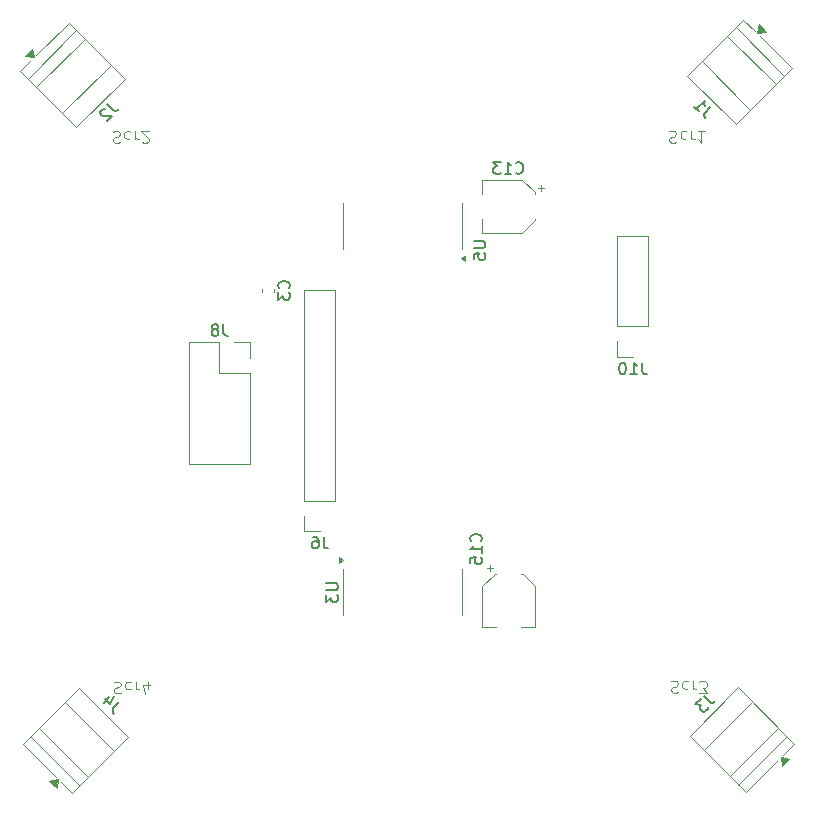
<source format=gbr>
%TF.GenerationSoftware,KiCad,Pcbnew,9.0.0*%
%TF.CreationDate,2025-07-06T23:34:01+07:00*%
%TF.ProjectId,MiniDrone_aDat,4d696e69-4472-46f6-9e65-5f614461742e,rev?*%
%TF.SameCoordinates,Original*%
%TF.FileFunction,Legend,Bot*%
%TF.FilePolarity,Positive*%
%FSLAX46Y46*%
G04 Gerber Fmt 4.6, Leading zero omitted, Abs format (unit mm)*
G04 Created by KiCad (PCBNEW 9.0.0) date 2025-07-06 23:34:01*
%MOMM*%
%LPD*%
G01*
G04 APERTURE LIST*
%ADD10C,0.150000*%
%ADD11C,0.100000*%
%ADD12C,0.120000*%
G04 APERTURE END LIST*
D10*
X125513680Y-124785204D02*
X126018756Y-125290280D01*
X126018756Y-125290280D02*
X126153443Y-125357624D01*
X126153443Y-125357624D02*
X126288130Y-125357624D01*
X126288130Y-125357624D02*
X126422817Y-125290280D01*
X126422817Y-125290280D02*
X126490161Y-125222937D01*
X125244306Y-125054578D02*
X124806573Y-125492311D01*
X124806573Y-125492311D02*
X125311649Y-125525983D01*
X125311649Y-125525983D02*
X125210634Y-125626998D01*
X125210634Y-125626998D02*
X125176962Y-125728013D01*
X125176962Y-125728013D02*
X125176962Y-125795357D01*
X125176962Y-125795357D02*
X125210634Y-125896372D01*
X125210634Y-125896372D02*
X125378993Y-126064731D01*
X125378993Y-126064731D02*
X125480008Y-126098402D01*
X125480008Y-126098402D02*
X125547351Y-126098402D01*
X125547351Y-126098402D02*
X125648367Y-126064731D01*
X125648367Y-126064731D02*
X125850397Y-125862700D01*
X125850397Y-125862700D02*
X125884069Y-125761685D01*
X125884069Y-125761685D02*
X125884069Y-125694341D01*
X90389580Y-90263333D02*
X90437200Y-90215714D01*
X90437200Y-90215714D02*
X90484819Y-90072857D01*
X90484819Y-90072857D02*
X90484819Y-89977619D01*
X90484819Y-89977619D02*
X90437200Y-89834762D01*
X90437200Y-89834762D02*
X90341961Y-89739524D01*
X90341961Y-89739524D02*
X90246723Y-89691905D01*
X90246723Y-89691905D02*
X90056247Y-89644286D01*
X90056247Y-89644286D02*
X89913390Y-89644286D01*
X89913390Y-89644286D02*
X89722914Y-89691905D01*
X89722914Y-89691905D02*
X89627676Y-89739524D01*
X89627676Y-89739524D02*
X89532438Y-89834762D01*
X89532438Y-89834762D02*
X89484819Y-89977619D01*
X89484819Y-89977619D02*
X89484819Y-90072857D01*
X89484819Y-90072857D02*
X89532438Y-90215714D01*
X89532438Y-90215714D02*
X89580057Y-90263333D01*
X89484819Y-90596667D02*
X89484819Y-91215714D01*
X89484819Y-91215714D02*
X89865771Y-90882381D01*
X89865771Y-90882381D02*
X89865771Y-91025238D01*
X89865771Y-91025238D02*
X89913390Y-91120476D01*
X89913390Y-91120476D02*
X89961009Y-91168095D01*
X89961009Y-91168095D02*
X90056247Y-91215714D01*
X90056247Y-91215714D02*
X90294342Y-91215714D01*
X90294342Y-91215714D02*
X90389580Y-91168095D01*
X90389580Y-91168095D02*
X90437200Y-91120476D01*
X90437200Y-91120476D02*
X90484819Y-91025238D01*
X90484819Y-91025238D02*
X90484819Y-90739524D01*
X90484819Y-90739524D02*
X90437200Y-90644286D01*
X90437200Y-90644286D02*
X90389580Y-90596667D01*
X76044795Y-125303680D02*
X75539719Y-125808756D01*
X75539719Y-125808756D02*
X75472375Y-125943443D01*
X75472375Y-125943443D02*
X75472375Y-126078130D01*
X75472375Y-126078130D02*
X75539719Y-126212817D01*
X75539719Y-126212817D02*
X75607062Y-126280161D01*
X75169329Y-124899619D02*
X74697925Y-125371023D01*
X75607062Y-124798603D02*
X75270345Y-125472038D01*
X75270345Y-125472038D02*
X74832612Y-125034306D01*
D11*
X75520000Y-76990200D02*
X75662857Y-76942580D01*
X75662857Y-76942580D02*
X75900952Y-76942580D01*
X75900952Y-76942580D02*
X75996190Y-76990200D01*
X75996190Y-76990200D02*
X76043809Y-77037819D01*
X76043809Y-77037819D02*
X76091428Y-77133057D01*
X76091428Y-77133057D02*
X76091428Y-77228295D01*
X76091428Y-77228295D02*
X76043809Y-77323533D01*
X76043809Y-77323533D02*
X75996190Y-77371152D01*
X75996190Y-77371152D02*
X75900952Y-77418771D01*
X75900952Y-77418771D02*
X75710476Y-77466390D01*
X75710476Y-77466390D02*
X75615238Y-77514009D01*
X75615238Y-77514009D02*
X75567619Y-77561628D01*
X75567619Y-77561628D02*
X75520000Y-77656866D01*
X75520000Y-77656866D02*
X75520000Y-77752104D01*
X75520000Y-77752104D02*
X75567619Y-77847342D01*
X75567619Y-77847342D02*
X75615238Y-77894961D01*
X75615238Y-77894961D02*
X75710476Y-77942580D01*
X75710476Y-77942580D02*
X75948571Y-77942580D01*
X75948571Y-77942580D02*
X76091428Y-77894961D01*
X76948571Y-76990200D02*
X76853333Y-76942580D01*
X76853333Y-76942580D02*
X76662857Y-76942580D01*
X76662857Y-76942580D02*
X76567619Y-76990200D01*
X76567619Y-76990200D02*
X76520000Y-77037819D01*
X76520000Y-77037819D02*
X76472381Y-77133057D01*
X76472381Y-77133057D02*
X76472381Y-77418771D01*
X76472381Y-77418771D02*
X76520000Y-77514009D01*
X76520000Y-77514009D02*
X76567619Y-77561628D01*
X76567619Y-77561628D02*
X76662857Y-77609247D01*
X76662857Y-77609247D02*
X76853333Y-77609247D01*
X76853333Y-77609247D02*
X76948571Y-77561628D01*
X77377143Y-76942580D02*
X77377143Y-77609247D01*
X77377143Y-77418771D02*
X77424762Y-77514009D01*
X77424762Y-77514009D02*
X77472381Y-77561628D01*
X77472381Y-77561628D02*
X77567619Y-77609247D01*
X77567619Y-77609247D02*
X77662857Y-77609247D01*
X77948572Y-77847342D02*
X77996191Y-77894961D01*
X77996191Y-77894961D02*
X78091429Y-77942580D01*
X78091429Y-77942580D02*
X78329524Y-77942580D01*
X78329524Y-77942580D02*
X78424762Y-77894961D01*
X78424762Y-77894961D02*
X78472381Y-77847342D01*
X78472381Y-77847342D02*
X78520000Y-77752104D01*
X78520000Y-77752104D02*
X78520000Y-77656866D01*
X78520000Y-77656866D02*
X78472381Y-77514009D01*
X78472381Y-77514009D02*
X77900953Y-76942580D01*
X77900953Y-76942580D02*
X78520000Y-76942580D01*
D10*
X93554819Y-115238095D02*
X94364342Y-115238095D01*
X94364342Y-115238095D02*
X94459580Y-115285714D01*
X94459580Y-115285714D02*
X94507200Y-115333333D01*
X94507200Y-115333333D02*
X94554819Y-115428571D01*
X94554819Y-115428571D02*
X94554819Y-115619047D01*
X94554819Y-115619047D02*
X94507200Y-115714285D01*
X94507200Y-115714285D02*
X94459580Y-115761904D01*
X94459580Y-115761904D02*
X94364342Y-115809523D01*
X94364342Y-115809523D02*
X93554819Y-115809523D01*
X93554819Y-116190476D02*
X93554819Y-116809523D01*
X93554819Y-116809523D02*
X93935771Y-116476190D01*
X93935771Y-116476190D02*
X93935771Y-116619047D01*
X93935771Y-116619047D02*
X93983390Y-116714285D01*
X93983390Y-116714285D02*
X94031009Y-116761904D01*
X94031009Y-116761904D02*
X94126247Y-116809523D01*
X94126247Y-116809523D02*
X94364342Y-116809523D01*
X94364342Y-116809523D02*
X94459580Y-116761904D01*
X94459580Y-116761904D02*
X94507200Y-116714285D01*
X94507200Y-116714285D02*
X94554819Y-116619047D01*
X94554819Y-116619047D02*
X94554819Y-116333333D01*
X94554819Y-116333333D02*
X94507200Y-116238095D01*
X94507200Y-116238095D02*
X94459580Y-116190476D01*
X120309523Y-96544819D02*
X120309523Y-97259104D01*
X120309523Y-97259104D02*
X120357142Y-97401961D01*
X120357142Y-97401961D02*
X120452380Y-97497200D01*
X120452380Y-97497200D02*
X120595237Y-97544819D01*
X120595237Y-97544819D02*
X120690475Y-97544819D01*
X119309523Y-97544819D02*
X119880951Y-97544819D01*
X119595237Y-97544819D02*
X119595237Y-96544819D01*
X119595237Y-96544819D02*
X119690475Y-96687676D01*
X119690475Y-96687676D02*
X119785713Y-96782914D01*
X119785713Y-96782914D02*
X119880951Y-96830533D01*
X118690475Y-96544819D02*
X118595237Y-96544819D01*
X118595237Y-96544819D02*
X118499999Y-96592438D01*
X118499999Y-96592438D02*
X118452380Y-96640057D01*
X118452380Y-96640057D02*
X118404761Y-96735295D01*
X118404761Y-96735295D02*
X118357142Y-96925771D01*
X118357142Y-96925771D02*
X118357142Y-97163866D01*
X118357142Y-97163866D02*
X118404761Y-97354342D01*
X118404761Y-97354342D02*
X118452380Y-97449580D01*
X118452380Y-97449580D02*
X118499999Y-97497200D01*
X118499999Y-97497200D02*
X118595237Y-97544819D01*
X118595237Y-97544819D02*
X118690475Y-97544819D01*
X118690475Y-97544819D02*
X118785713Y-97497200D01*
X118785713Y-97497200D02*
X118833332Y-97449580D01*
X118833332Y-97449580D02*
X118880951Y-97354342D01*
X118880951Y-97354342D02*
X118928570Y-97163866D01*
X118928570Y-97163866D02*
X118928570Y-96925771D01*
X118928570Y-96925771D02*
X118880951Y-96735295D01*
X118880951Y-96735295D02*
X118833332Y-96640057D01*
X118833332Y-96640057D02*
X118785713Y-96592438D01*
X118785713Y-96592438D02*
X118690475Y-96544819D01*
X84848333Y-93294819D02*
X84848333Y-94009104D01*
X84848333Y-94009104D02*
X84895952Y-94151961D01*
X84895952Y-94151961D02*
X84991190Y-94247200D01*
X84991190Y-94247200D02*
X85134047Y-94294819D01*
X85134047Y-94294819D02*
X85229285Y-94294819D01*
X84229285Y-93723390D02*
X84324523Y-93675771D01*
X84324523Y-93675771D02*
X84372142Y-93628152D01*
X84372142Y-93628152D02*
X84419761Y-93532914D01*
X84419761Y-93532914D02*
X84419761Y-93485295D01*
X84419761Y-93485295D02*
X84372142Y-93390057D01*
X84372142Y-93390057D02*
X84324523Y-93342438D01*
X84324523Y-93342438D02*
X84229285Y-93294819D01*
X84229285Y-93294819D02*
X84038809Y-93294819D01*
X84038809Y-93294819D02*
X83943571Y-93342438D01*
X83943571Y-93342438D02*
X83895952Y-93390057D01*
X83895952Y-93390057D02*
X83848333Y-93485295D01*
X83848333Y-93485295D02*
X83848333Y-93532914D01*
X83848333Y-93532914D02*
X83895952Y-93628152D01*
X83895952Y-93628152D02*
X83943571Y-93675771D01*
X83943571Y-93675771D02*
X84038809Y-93723390D01*
X84038809Y-93723390D02*
X84229285Y-93723390D01*
X84229285Y-93723390D02*
X84324523Y-93771009D01*
X84324523Y-93771009D02*
X84372142Y-93818628D01*
X84372142Y-93818628D02*
X84419761Y-93913866D01*
X84419761Y-93913866D02*
X84419761Y-94104342D01*
X84419761Y-94104342D02*
X84372142Y-94199580D01*
X84372142Y-94199580D02*
X84324523Y-94247200D01*
X84324523Y-94247200D02*
X84229285Y-94294819D01*
X84229285Y-94294819D02*
X84038809Y-94294819D01*
X84038809Y-94294819D02*
X83943571Y-94247200D01*
X83943571Y-94247200D02*
X83895952Y-94199580D01*
X83895952Y-94199580D02*
X83848333Y-94104342D01*
X83848333Y-94104342D02*
X83848333Y-93913866D01*
X83848333Y-93913866D02*
X83895952Y-93818628D01*
X83895952Y-93818628D02*
X83943571Y-93771009D01*
X83943571Y-93771009D02*
X84038809Y-93723390D01*
X106649580Y-111677142D02*
X106697200Y-111629523D01*
X106697200Y-111629523D02*
X106744819Y-111486666D01*
X106744819Y-111486666D02*
X106744819Y-111391428D01*
X106744819Y-111391428D02*
X106697200Y-111248571D01*
X106697200Y-111248571D02*
X106601961Y-111153333D01*
X106601961Y-111153333D02*
X106506723Y-111105714D01*
X106506723Y-111105714D02*
X106316247Y-111058095D01*
X106316247Y-111058095D02*
X106173390Y-111058095D01*
X106173390Y-111058095D02*
X105982914Y-111105714D01*
X105982914Y-111105714D02*
X105887676Y-111153333D01*
X105887676Y-111153333D02*
X105792438Y-111248571D01*
X105792438Y-111248571D02*
X105744819Y-111391428D01*
X105744819Y-111391428D02*
X105744819Y-111486666D01*
X105744819Y-111486666D02*
X105792438Y-111629523D01*
X105792438Y-111629523D02*
X105840057Y-111677142D01*
X106744819Y-112629523D02*
X106744819Y-112058095D01*
X106744819Y-112343809D02*
X105744819Y-112343809D01*
X105744819Y-112343809D02*
X105887676Y-112248571D01*
X105887676Y-112248571D02*
X105982914Y-112153333D01*
X105982914Y-112153333D02*
X106030533Y-112058095D01*
X105744819Y-113534285D02*
X105744819Y-113058095D01*
X105744819Y-113058095D02*
X106221009Y-113010476D01*
X106221009Y-113010476D02*
X106173390Y-113058095D01*
X106173390Y-113058095D02*
X106125771Y-113153333D01*
X106125771Y-113153333D02*
X106125771Y-113391428D01*
X106125771Y-113391428D02*
X106173390Y-113486666D01*
X106173390Y-113486666D02*
X106221009Y-113534285D01*
X106221009Y-113534285D02*
X106316247Y-113581904D01*
X106316247Y-113581904D02*
X106554342Y-113581904D01*
X106554342Y-113581904D02*
X106649580Y-113534285D01*
X106649580Y-113534285D02*
X106697200Y-113486666D01*
X106697200Y-113486666D02*
X106744819Y-113391428D01*
X106744819Y-113391428D02*
X106744819Y-113153333D01*
X106744819Y-113153333D02*
X106697200Y-113058095D01*
X106697200Y-113058095D02*
X106649580Y-113010476D01*
D11*
X122600000Y-76980200D02*
X122742857Y-76932580D01*
X122742857Y-76932580D02*
X122980952Y-76932580D01*
X122980952Y-76932580D02*
X123076190Y-76980200D01*
X123076190Y-76980200D02*
X123123809Y-77027819D01*
X123123809Y-77027819D02*
X123171428Y-77123057D01*
X123171428Y-77123057D02*
X123171428Y-77218295D01*
X123171428Y-77218295D02*
X123123809Y-77313533D01*
X123123809Y-77313533D02*
X123076190Y-77361152D01*
X123076190Y-77361152D02*
X122980952Y-77408771D01*
X122980952Y-77408771D02*
X122790476Y-77456390D01*
X122790476Y-77456390D02*
X122695238Y-77504009D01*
X122695238Y-77504009D02*
X122647619Y-77551628D01*
X122647619Y-77551628D02*
X122600000Y-77646866D01*
X122600000Y-77646866D02*
X122600000Y-77742104D01*
X122600000Y-77742104D02*
X122647619Y-77837342D01*
X122647619Y-77837342D02*
X122695238Y-77884961D01*
X122695238Y-77884961D02*
X122790476Y-77932580D01*
X122790476Y-77932580D02*
X123028571Y-77932580D01*
X123028571Y-77932580D02*
X123171428Y-77884961D01*
X124028571Y-76980200D02*
X123933333Y-76932580D01*
X123933333Y-76932580D02*
X123742857Y-76932580D01*
X123742857Y-76932580D02*
X123647619Y-76980200D01*
X123647619Y-76980200D02*
X123600000Y-77027819D01*
X123600000Y-77027819D02*
X123552381Y-77123057D01*
X123552381Y-77123057D02*
X123552381Y-77408771D01*
X123552381Y-77408771D02*
X123600000Y-77504009D01*
X123600000Y-77504009D02*
X123647619Y-77551628D01*
X123647619Y-77551628D02*
X123742857Y-77599247D01*
X123742857Y-77599247D02*
X123933333Y-77599247D01*
X123933333Y-77599247D02*
X124028571Y-77551628D01*
X124457143Y-76932580D02*
X124457143Y-77599247D01*
X124457143Y-77408771D02*
X124504762Y-77504009D01*
X124504762Y-77504009D02*
X124552381Y-77551628D01*
X124552381Y-77551628D02*
X124647619Y-77599247D01*
X124647619Y-77599247D02*
X124742857Y-77599247D01*
X125600000Y-76932580D02*
X125028572Y-76932580D01*
X125314286Y-76932580D02*
X125314286Y-77932580D01*
X125314286Y-77932580D02*
X125219048Y-77789723D01*
X125219048Y-77789723D02*
X125123810Y-77694485D01*
X125123810Y-77694485D02*
X125028572Y-77646866D01*
D10*
X75016722Y-74672388D02*
X75521798Y-75177464D01*
X75521798Y-75177464D02*
X75656485Y-75244808D01*
X75656485Y-75244808D02*
X75791172Y-75244808D01*
X75791172Y-75244808D02*
X75925859Y-75177464D01*
X75925859Y-75177464D02*
X75993203Y-75110121D01*
X74781019Y-75042777D02*
X74713676Y-75042777D01*
X74713676Y-75042777D02*
X74612661Y-75076449D01*
X74612661Y-75076449D02*
X74444302Y-75244808D01*
X74444302Y-75244808D02*
X74410630Y-75345823D01*
X74410630Y-75345823D02*
X74410630Y-75413167D01*
X74410630Y-75413167D02*
X74444302Y-75514182D01*
X74444302Y-75514182D02*
X74511645Y-75581525D01*
X74511645Y-75581525D02*
X74646332Y-75648869D01*
X74646332Y-75648869D02*
X75454454Y-75648869D01*
X75454454Y-75648869D02*
X75016722Y-76086602D01*
X126087611Y-74886722D02*
X125582535Y-75391798D01*
X125582535Y-75391798D02*
X125515191Y-75526485D01*
X125515191Y-75526485D02*
X125515191Y-75661172D01*
X125515191Y-75661172D02*
X125582535Y-75795859D01*
X125582535Y-75795859D02*
X125649878Y-75863203D01*
X124673397Y-74886722D02*
X125077458Y-75290783D01*
X124875428Y-75088752D02*
X125582535Y-74381645D01*
X125582535Y-74381645D02*
X125548863Y-74550004D01*
X125548863Y-74550004D02*
X125548863Y-74684691D01*
X125548863Y-74684691D02*
X125582535Y-74785706D01*
D11*
X122760000Y-123550200D02*
X122902857Y-123502580D01*
X122902857Y-123502580D02*
X123140952Y-123502580D01*
X123140952Y-123502580D02*
X123236190Y-123550200D01*
X123236190Y-123550200D02*
X123283809Y-123597819D01*
X123283809Y-123597819D02*
X123331428Y-123693057D01*
X123331428Y-123693057D02*
X123331428Y-123788295D01*
X123331428Y-123788295D02*
X123283809Y-123883533D01*
X123283809Y-123883533D02*
X123236190Y-123931152D01*
X123236190Y-123931152D02*
X123140952Y-123978771D01*
X123140952Y-123978771D02*
X122950476Y-124026390D01*
X122950476Y-124026390D02*
X122855238Y-124074009D01*
X122855238Y-124074009D02*
X122807619Y-124121628D01*
X122807619Y-124121628D02*
X122760000Y-124216866D01*
X122760000Y-124216866D02*
X122760000Y-124312104D01*
X122760000Y-124312104D02*
X122807619Y-124407342D01*
X122807619Y-124407342D02*
X122855238Y-124454961D01*
X122855238Y-124454961D02*
X122950476Y-124502580D01*
X122950476Y-124502580D02*
X123188571Y-124502580D01*
X123188571Y-124502580D02*
X123331428Y-124454961D01*
X124188571Y-123550200D02*
X124093333Y-123502580D01*
X124093333Y-123502580D02*
X123902857Y-123502580D01*
X123902857Y-123502580D02*
X123807619Y-123550200D01*
X123807619Y-123550200D02*
X123760000Y-123597819D01*
X123760000Y-123597819D02*
X123712381Y-123693057D01*
X123712381Y-123693057D02*
X123712381Y-123978771D01*
X123712381Y-123978771D02*
X123760000Y-124074009D01*
X123760000Y-124074009D02*
X123807619Y-124121628D01*
X123807619Y-124121628D02*
X123902857Y-124169247D01*
X123902857Y-124169247D02*
X124093333Y-124169247D01*
X124093333Y-124169247D02*
X124188571Y-124121628D01*
X124617143Y-123502580D02*
X124617143Y-124169247D01*
X124617143Y-123978771D02*
X124664762Y-124074009D01*
X124664762Y-124074009D02*
X124712381Y-124121628D01*
X124712381Y-124121628D02*
X124807619Y-124169247D01*
X124807619Y-124169247D02*
X124902857Y-124169247D01*
X125140953Y-124502580D02*
X125760000Y-124502580D01*
X125760000Y-124502580D02*
X125426667Y-124121628D01*
X125426667Y-124121628D02*
X125569524Y-124121628D01*
X125569524Y-124121628D02*
X125664762Y-124074009D01*
X125664762Y-124074009D02*
X125712381Y-124026390D01*
X125712381Y-124026390D02*
X125760000Y-123931152D01*
X125760000Y-123931152D02*
X125760000Y-123693057D01*
X125760000Y-123693057D02*
X125712381Y-123597819D01*
X125712381Y-123597819D02*
X125664762Y-123550200D01*
X125664762Y-123550200D02*
X125569524Y-123502580D01*
X125569524Y-123502580D02*
X125283810Y-123502580D01*
X125283810Y-123502580D02*
X125188572Y-123550200D01*
X125188572Y-123550200D02*
X125140953Y-123597819D01*
X75570000Y-123600200D02*
X75712857Y-123552580D01*
X75712857Y-123552580D02*
X75950952Y-123552580D01*
X75950952Y-123552580D02*
X76046190Y-123600200D01*
X76046190Y-123600200D02*
X76093809Y-123647819D01*
X76093809Y-123647819D02*
X76141428Y-123743057D01*
X76141428Y-123743057D02*
X76141428Y-123838295D01*
X76141428Y-123838295D02*
X76093809Y-123933533D01*
X76093809Y-123933533D02*
X76046190Y-123981152D01*
X76046190Y-123981152D02*
X75950952Y-124028771D01*
X75950952Y-124028771D02*
X75760476Y-124076390D01*
X75760476Y-124076390D02*
X75665238Y-124124009D01*
X75665238Y-124124009D02*
X75617619Y-124171628D01*
X75617619Y-124171628D02*
X75570000Y-124266866D01*
X75570000Y-124266866D02*
X75570000Y-124362104D01*
X75570000Y-124362104D02*
X75617619Y-124457342D01*
X75617619Y-124457342D02*
X75665238Y-124504961D01*
X75665238Y-124504961D02*
X75760476Y-124552580D01*
X75760476Y-124552580D02*
X75998571Y-124552580D01*
X75998571Y-124552580D02*
X76141428Y-124504961D01*
X76998571Y-123600200D02*
X76903333Y-123552580D01*
X76903333Y-123552580D02*
X76712857Y-123552580D01*
X76712857Y-123552580D02*
X76617619Y-123600200D01*
X76617619Y-123600200D02*
X76570000Y-123647819D01*
X76570000Y-123647819D02*
X76522381Y-123743057D01*
X76522381Y-123743057D02*
X76522381Y-124028771D01*
X76522381Y-124028771D02*
X76570000Y-124124009D01*
X76570000Y-124124009D02*
X76617619Y-124171628D01*
X76617619Y-124171628D02*
X76712857Y-124219247D01*
X76712857Y-124219247D02*
X76903333Y-124219247D01*
X76903333Y-124219247D02*
X76998571Y-124171628D01*
X77427143Y-123552580D02*
X77427143Y-124219247D01*
X77427143Y-124028771D02*
X77474762Y-124124009D01*
X77474762Y-124124009D02*
X77522381Y-124171628D01*
X77522381Y-124171628D02*
X77617619Y-124219247D01*
X77617619Y-124219247D02*
X77712857Y-124219247D01*
X78474762Y-124219247D02*
X78474762Y-123552580D01*
X78236667Y-124600200D02*
X77998572Y-123885914D01*
X77998572Y-123885914D02*
X78617619Y-123885914D01*
D10*
X93333333Y-111284819D02*
X93333333Y-111999104D01*
X93333333Y-111999104D02*
X93380952Y-112141961D01*
X93380952Y-112141961D02*
X93476190Y-112237200D01*
X93476190Y-112237200D02*
X93619047Y-112284819D01*
X93619047Y-112284819D02*
X93714285Y-112284819D01*
X92428571Y-111284819D02*
X92619047Y-111284819D01*
X92619047Y-111284819D02*
X92714285Y-111332438D01*
X92714285Y-111332438D02*
X92761904Y-111380057D01*
X92761904Y-111380057D02*
X92857142Y-111522914D01*
X92857142Y-111522914D02*
X92904761Y-111713390D01*
X92904761Y-111713390D02*
X92904761Y-112094342D01*
X92904761Y-112094342D02*
X92857142Y-112189580D01*
X92857142Y-112189580D02*
X92809523Y-112237200D01*
X92809523Y-112237200D02*
X92714285Y-112284819D01*
X92714285Y-112284819D02*
X92523809Y-112284819D01*
X92523809Y-112284819D02*
X92428571Y-112237200D01*
X92428571Y-112237200D02*
X92380952Y-112189580D01*
X92380952Y-112189580D02*
X92333333Y-112094342D01*
X92333333Y-112094342D02*
X92333333Y-111856247D01*
X92333333Y-111856247D02*
X92380952Y-111761009D01*
X92380952Y-111761009D02*
X92428571Y-111713390D01*
X92428571Y-111713390D02*
X92523809Y-111665771D01*
X92523809Y-111665771D02*
X92714285Y-111665771D01*
X92714285Y-111665771D02*
X92809523Y-111713390D01*
X92809523Y-111713390D02*
X92857142Y-111761009D01*
X92857142Y-111761009D02*
X92904761Y-111856247D01*
X106034819Y-86268095D02*
X106844342Y-86268095D01*
X106844342Y-86268095D02*
X106939580Y-86315714D01*
X106939580Y-86315714D02*
X106987200Y-86363333D01*
X106987200Y-86363333D02*
X107034819Y-86458571D01*
X107034819Y-86458571D02*
X107034819Y-86649047D01*
X107034819Y-86649047D02*
X106987200Y-86744285D01*
X106987200Y-86744285D02*
X106939580Y-86791904D01*
X106939580Y-86791904D02*
X106844342Y-86839523D01*
X106844342Y-86839523D02*
X106034819Y-86839523D01*
X106034819Y-87791904D02*
X106034819Y-87315714D01*
X106034819Y-87315714D02*
X106511009Y-87268095D01*
X106511009Y-87268095D02*
X106463390Y-87315714D01*
X106463390Y-87315714D02*
X106415771Y-87410952D01*
X106415771Y-87410952D02*
X106415771Y-87649047D01*
X106415771Y-87649047D02*
X106463390Y-87744285D01*
X106463390Y-87744285D02*
X106511009Y-87791904D01*
X106511009Y-87791904D02*
X106606247Y-87839523D01*
X106606247Y-87839523D02*
X106844342Y-87839523D01*
X106844342Y-87839523D02*
X106939580Y-87791904D01*
X106939580Y-87791904D02*
X106987200Y-87744285D01*
X106987200Y-87744285D02*
X107034819Y-87649047D01*
X107034819Y-87649047D02*
X107034819Y-87410952D01*
X107034819Y-87410952D02*
X106987200Y-87315714D01*
X106987200Y-87315714D02*
X106939580Y-87268095D01*
X109612857Y-80469580D02*
X109660476Y-80517200D01*
X109660476Y-80517200D02*
X109803333Y-80564819D01*
X109803333Y-80564819D02*
X109898571Y-80564819D01*
X109898571Y-80564819D02*
X110041428Y-80517200D01*
X110041428Y-80517200D02*
X110136666Y-80421961D01*
X110136666Y-80421961D02*
X110184285Y-80326723D01*
X110184285Y-80326723D02*
X110231904Y-80136247D01*
X110231904Y-80136247D02*
X110231904Y-79993390D01*
X110231904Y-79993390D02*
X110184285Y-79802914D01*
X110184285Y-79802914D02*
X110136666Y-79707676D01*
X110136666Y-79707676D02*
X110041428Y-79612438D01*
X110041428Y-79612438D02*
X109898571Y-79564819D01*
X109898571Y-79564819D02*
X109803333Y-79564819D01*
X109803333Y-79564819D02*
X109660476Y-79612438D01*
X109660476Y-79612438D02*
X109612857Y-79660057D01*
X108660476Y-80564819D02*
X109231904Y-80564819D01*
X108946190Y-80564819D02*
X108946190Y-79564819D01*
X108946190Y-79564819D02*
X109041428Y-79707676D01*
X109041428Y-79707676D02*
X109136666Y-79802914D01*
X109136666Y-79802914D02*
X109231904Y-79850533D01*
X108327142Y-79564819D02*
X107708095Y-79564819D01*
X107708095Y-79564819D02*
X108041428Y-79945771D01*
X108041428Y-79945771D02*
X107898571Y-79945771D01*
X107898571Y-79945771D02*
X107803333Y-79993390D01*
X107803333Y-79993390D02*
X107755714Y-80041009D01*
X107755714Y-80041009D02*
X107708095Y-80136247D01*
X107708095Y-80136247D02*
X107708095Y-80374342D01*
X107708095Y-80374342D02*
X107755714Y-80469580D01*
X107755714Y-80469580D02*
X107803333Y-80517200D01*
X107803333Y-80517200D02*
X107898571Y-80564819D01*
X107898571Y-80564819D02*
X108184285Y-80564819D01*
X108184285Y-80564819D02*
X108279523Y-80517200D01*
X108279523Y-80517200D02*
X108327142Y-80469580D01*
D12*
%TO.C,J3*%
X124312905Y-128171196D02*
X129078805Y-132937095D01*
X128428266Y-124055834D02*
X124312905Y-128171196D01*
X128428266Y-124055834D02*
X133194166Y-128821734D01*
X129644490Y-125272058D02*
X125529128Y-129387419D01*
X131822379Y-130193521D02*
X129078805Y-132937095D01*
X131836521Y-127464089D02*
X127721160Y-131579450D01*
X132543628Y-128171196D02*
X128428266Y-132286557D01*
X133194166Y-128821734D02*
X132246643Y-129769257D01*
X132776973Y-130101597D02*
X132154719Y-130723851D01*
X132034511Y-129981389D01*
X132776973Y-130101597D01*
G36*
X132776973Y-130101597D02*
G01*
X132154719Y-130723851D01*
X132034511Y-129981389D01*
X132776973Y-130101597D01*
G37*
%TO.C,C3*%
X88090000Y-90570580D02*
X88090000Y-90289420D01*
X89110000Y-90570580D02*
X89110000Y-90289420D01*
%TO.C,J4*%
X70636479Y-131612379D02*
X67892905Y-128868805D01*
X72008266Y-132984166D02*
X71060743Y-132036643D01*
X72658804Y-124102905D02*
X67892905Y-128868805D01*
X72658804Y-132333628D02*
X68543443Y-128218266D01*
X73365911Y-131626521D02*
X69250550Y-127511160D01*
X75557942Y-129434490D02*
X71442581Y-125319128D01*
X76774166Y-128218266D02*
X72008266Y-132984166D01*
X76774166Y-128218266D02*
X72658804Y-124102905D01*
X70728403Y-132566973D02*
X70106149Y-131944719D01*
X70848611Y-131824511D01*
X70728403Y-132566973D01*
G36*
X70728403Y-132566973D02*
G01*
X70106149Y-131944719D01*
X70848611Y-131824511D01*
X70728403Y-132566973D01*
G37*
%TO.C,U3*%
X94940000Y-116000000D02*
X94940000Y-114050000D01*
X94940000Y-116000000D02*
X94940000Y-117950000D01*
X105060000Y-116000000D02*
X105060000Y-114050000D01*
X105060000Y-116000000D02*
X105060000Y-117950000D01*
X94995000Y-113275000D02*
X94665000Y-113515000D01*
X94665000Y-113035000D01*
X94995000Y-113275000D01*
G36*
X94995000Y-113275000D02*
G01*
X94665000Y-113515000D01*
X94665000Y-113035000D01*
X94995000Y-113275000D01*
G37*
%TO.C,J10*%
X118170000Y-85810000D02*
X120830000Y-85810000D01*
X118170000Y-93490000D02*
X118170000Y-85810000D01*
X118170000Y-93490000D02*
X120830000Y-93490000D01*
X118170000Y-94760000D02*
X118170000Y-96090000D01*
X118170000Y-96090000D02*
X119500000Y-96090000D01*
X120830000Y-93490000D02*
X120830000Y-85810000D01*
%TO.C,J8*%
X81915000Y-94840000D02*
X81915000Y-105120000D01*
X84515000Y-94840000D02*
X81915000Y-94840000D01*
X84515000Y-97440000D02*
X84515000Y-94840000D01*
X87115000Y-94840000D02*
X85785000Y-94840000D01*
X87115000Y-96170000D02*
X87115000Y-94840000D01*
X87115000Y-97440000D02*
X84515000Y-97440000D01*
X87115000Y-97440000D02*
X87115000Y-105120000D01*
X87115000Y-105120000D02*
X81915000Y-105120000D01*
%TO.C,C15*%
X106740000Y-115504437D02*
X106740000Y-118960000D01*
X106740000Y-118960000D02*
X107940000Y-118960000D01*
X107190000Y-113950000D02*
X107690000Y-113950000D01*
X107440000Y-113700000D02*
X107440000Y-114200000D01*
X107804437Y-114440000D02*
X106740000Y-115504437D01*
X107804437Y-114440000D02*
X107940000Y-114440000D01*
X110195563Y-114440000D02*
X110060000Y-114440000D01*
X110195563Y-114440000D02*
X111260000Y-115504437D01*
X111260000Y-115504437D02*
X111260000Y-118960000D01*
X111260000Y-118960000D02*
X110060000Y-118960000D01*
%TO.C,J2*%
X67635834Y-71878266D02*
X68583357Y-70930743D01*
X68286372Y-72528804D02*
X72401734Y-68413443D01*
X68993479Y-73235911D02*
X73108840Y-69120550D01*
X69007621Y-70506479D02*
X71751195Y-67762905D01*
X71185510Y-75427942D02*
X75300872Y-71312581D01*
X72401734Y-76644166D02*
X67635834Y-71878266D01*
X72401734Y-76644166D02*
X76517095Y-72528804D01*
X76517095Y-72528804D02*
X71751195Y-67762905D01*
X68795489Y-70718611D02*
X68053027Y-70598403D01*
X68675281Y-69976149D01*
X68795489Y-70718611D01*
G36*
X68795489Y-70718611D02*
G01*
X68053027Y-70598403D01*
X68675281Y-69976149D01*
X68795489Y-70718611D01*
G37*
%TO.C,J1*%
X124115834Y-72271734D02*
X128231196Y-76387095D01*
X124115834Y-72271734D02*
X128881734Y-67505834D01*
X125332058Y-71055510D02*
X129447419Y-75170872D01*
X127524089Y-68863479D02*
X131639450Y-72978840D01*
X128231196Y-68156372D02*
X132346557Y-72271734D01*
X128231196Y-76387095D02*
X132997095Y-71621195D01*
X128881734Y-67505834D02*
X129829257Y-68453357D01*
X130253521Y-68877621D02*
X132997095Y-71621195D01*
X130783851Y-68545281D02*
X130041389Y-68665489D01*
X130161597Y-67923027D01*
X130783851Y-68545281D01*
G36*
X130783851Y-68545281D02*
G01*
X130041389Y-68665489D01*
X130161597Y-67923027D01*
X130783851Y-68545281D01*
G37*
%TO.C,J6*%
X91670000Y-90390000D02*
X94330000Y-90390000D01*
X91670000Y-108230000D02*
X91670000Y-90390000D01*
X91670000Y-108230000D02*
X94330000Y-108230000D01*
X91670000Y-109500000D02*
X91670000Y-110830000D01*
X91670000Y-110830000D02*
X93000000Y-110830000D01*
X94330000Y-108230000D02*
X94330000Y-90390000D01*
%TO.C,U5*%
X94940000Y-85000000D02*
X94940000Y-83050000D01*
X94940000Y-85000000D02*
X94940000Y-86950000D01*
X105060000Y-85000000D02*
X105060000Y-83050000D01*
X105060000Y-85000000D02*
X105060000Y-86950000D01*
X105335000Y-87965000D02*
X105005000Y-87725000D01*
X105335000Y-87485000D01*
X105335000Y-87965000D01*
G36*
X105335000Y-87965000D02*
G01*
X105005000Y-87725000D01*
X105335000Y-87485000D01*
X105335000Y-87965000D01*
G37*
%TO.C,C13*%
X106710000Y-81050000D02*
X106710000Y-82250000D01*
X106710000Y-85570000D02*
X106710000Y-84370000D01*
X110165563Y-81050000D02*
X106710000Y-81050000D01*
X110165563Y-85570000D02*
X106710000Y-85570000D01*
X111230000Y-82114437D02*
X110165563Y-81050000D01*
X111230000Y-82114437D02*
X111230000Y-82250000D01*
X111230000Y-84505563D02*
X110165563Y-85570000D01*
X111230000Y-84505563D02*
X111230000Y-84370000D01*
X111720000Y-81500000D02*
X111720000Y-82000000D01*
X111970000Y-81750000D02*
X111470000Y-81750000D01*
%TD*%
M02*

</source>
